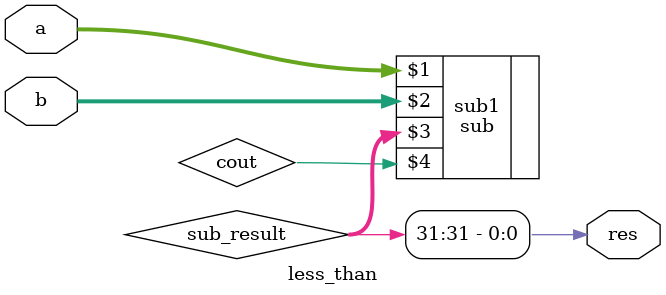
<source format=v>
module less_than (output res, input [31:0] a, input [31:0] b);
	wire[31:0] sub_result;
	wire cout;

	// if a - b is negative then res=1 else res = 0
	// if subtractor result's MSB [0]. bits is 1 then it means it is negative, if not it is positive
	// simply return result's MSB.
	
	sub sub1(a, b, sub_result, cout);
	or or1(res, sub_result[31], sub_result[31]); // res = sub_result[31]
	
	
	// module sub(input signed [31:0] a, input signed [31:0] b, output signed [31:0] out, output cout);

endmodule
</source>
